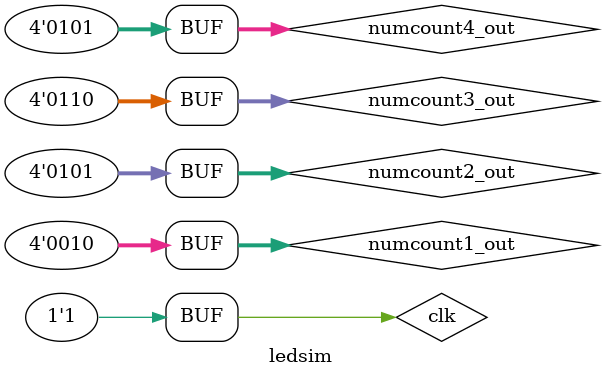
<source format=v>
`timescale 1 us/1 us
module ledsim();
   reg  clk;
   reg  [3:0]numcount4_out,numcount3_out,numcount2_out,numcount1_out;
   wire a,b,c,d,e,f,g,h,led1,led2,led3,led4;
led u1(
     .clk(clk),
	 .numcount1_out(numcount1_out),
	 .numcount2_out(numcount2_out),
	 .numcount3_out(numcount3_out),
	 .numcount4_out(numcount4_out),
	 .a(a),
	 .b(b),
	 .c(c),
	 .d(d),
	 .e(e),
	 .f(f),
	 .g(g),
	 .h(h),
	 .led1(led1),
	 .led2(led2),
	 .led3(led3),
	 .led4(led4)
);

always
begin
  clk =      1'b0;
  clk = #500 1'b1;
        #500;
       
end

initial
begin
 
  numcount4_out =        4'd3;
  numcount4_out = #10000 4'd4;
  numcount4_out = #10000 4'd5;
end 
initial
begin
 
  numcount3_out =        4'd6;

end 
initial
begin
 
  numcount2_out =        4'd5;

end
initial
begin
 
  numcount1_out =        4'd2;

end
endmodule
</source>
